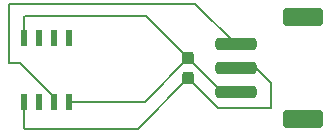
<source format=gbr>
%TF.GenerationSoftware,KiCad,Pcbnew,9.0.2*%
%TF.CreationDate,2025-06-05T07:55:02-04:00*%
%TF.ProjectId,Encoder,456e636f-6465-4722-9e6b-696361645f70,rev?*%
%TF.SameCoordinates,Original*%
%TF.FileFunction,Copper,L1,Top*%
%TF.FilePolarity,Positive*%
%FSLAX46Y46*%
G04 Gerber Fmt 4.6, Leading zero omitted, Abs format (unit mm)*
G04 Created by KiCad (PCBNEW 9.0.2) date 2025-06-05 07:55:02*
%MOMM*%
%LPD*%
G01*
G04 APERTURE LIST*
G04 Aperture macros list*
%AMRoundRect*
0 Rectangle with rounded corners*
0 $1 Rounding radius*
0 $2 $3 $4 $5 $6 $7 $8 $9 X,Y pos of 4 corners*
0 Add a 4 corners polygon primitive as box body*
4,1,4,$2,$3,$4,$5,$6,$7,$8,$9,$2,$3,0*
0 Add four circle primitives for the rounded corners*
1,1,$1+$1,$2,$3*
1,1,$1+$1,$4,$5*
1,1,$1+$1,$6,$7*
1,1,$1+$1,$8,$9*
0 Add four rect primitives between the rounded corners*
20,1,$1+$1,$2,$3,$4,$5,0*
20,1,$1+$1,$4,$5,$6,$7,0*
20,1,$1+$1,$6,$7,$8,$9,0*
20,1,$1+$1,$8,$9,$2,$3,0*%
G04 Aperture macros list end*
%TA.AperFunction,SMDPad,CuDef*%
%ADD10RoundRect,0.237500X0.237500X-0.300000X0.237500X0.300000X-0.237500X0.300000X-0.237500X-0.300000X0*%
%TD*%
%TA.AperFunction,SMDPad,CuDef*%
%ADD11RoundRect,0.250000X1.500000X-0.250000X1.500000X0.250000X-1.500000X0.250000X-1.500000X-0.250000X0*%
%TD*%
%TA.AperFunction,SMDPad,CuDef*%
%ADD12RoundRect,0.250001X1.449999X-0.499999X1.449999X0.499999X-1.449999X0.499999X-1.449999X-0.499999X0*%
%TD*%
%TA.AperFunction,SMDPad,CuDef*%
%ADD13R,0.600000X1.400000*%
%TD*%
%TA.AperFunction,Conductor*%
%ADD14C,0.152400*%
%TD*%
G04 APERTURE END LIST*
D10*
%TO.P,0603 100n,1*%
%TO.N,+5V*%
X122000000Y-85725000D03*
%TO.P,0603 100n,2*%
%TO.N,GND*%
X122000000Y-84000000D03*
%TD*%
D11*
%TO.P,J1,1,Pin_1*%
%TO.N,GND*%
X126000000Y-86850000D03*
%TO.P,J1,2,Pin_2*%
%TO.N,+5V*%
X126000000Y-84850000D03*
%TO.P,J1,3,Pin_3*%
%TO.N,Net-(J1-Pin_3)*%
X126000000Y-82850000D03*
D12*
%TO.P,J1,MP*%
%TO.N,N/C*%
X131750000Y-89200000D03*
X131750000Y-80500000D03*
%TD*%
D13*
%TO.P,AS5600-ASOM,1,VDD5V*%
%TO.N,+5V*%
X108095000Y-87700000D03*
%TO.P,AS5600-ASOM,2,VDD3V3*%
%TO.N,unconnected-(U1-VDD3V3-Pad2)*%
X109365000Y-87700000D03*
%TO.P,AS5600-ASOM,3,OUT*%
%TO.N,Net-(J1-Pin_3)*%
X110635000Y-87700000D03*
%TO.P,AS5600-ASOM,4,GND*%
%TO.N,GND*%
X111905000Y-87700000D03*
%TO.P,AS5600-ASOM,5,PGO*%
%TO.N,unconnected-(U1-PGO-Pad5)*%
X111905000Y-82300000D03*
%TO.P,AS5600-ASOM,6,SDA*%
%TO.N,unconnected-(U1-SDA-Pad6)*%
X110635000Y-82300000D03*
%TO.P,AS5600-ASOM,7,SCL*%
%TO.N,unconnected-(U1-SCL-Pad7)*%
X109365000Y-82300000D03*
%TO.P,AS5600-ASOM,8,DIR*%
%TO.N,GND*%
X108095000Y-82300000D03*
%TD*%
D14*
%TO.N,+5V*%
X108200000Y-90000000D02*
X117725000Y-90000000D01*
X108095000Y-87700000D02*
X108095000Y-89895000D01*
X124475000Y-88200000D02*
X129000000Y-88200000D01*
X129000000Y-88200000D02*
X129000000Y-86100000D01*
X129000000Y-86100000D02*
X127750000Y-84850000D01*
X108095000Y-89895000D02*
X108200000Y-90000000D01*
X122000000Y-85725000D02*
X124475000Y-88200000D01*
X117725000Y-90000000D02*
X122000000Y-85725000D01*
X127750000Y-84850000D02*
X126000000Y-84850000D01*
%TO.N,GND*%
X108200000Y-80400000D02*
X118400000Y-80400000D01*
X118300000Y-87700000D02*
X122000000Y-84000000D01*
X108095000Y-80505000D02*
X108200000Y-80400000D01*
X122000000Y-84000000D02*
X124850000Y-86850000D01*
X111905000Y-87700000D02*
X118300000Y-87700000D01*
X118400000Y-80400000D02*
X122000000Y-84000000D01*
X108095000Y-82300000D02*
X108095000Y-80505000D01*
X124850000Y-86850000D02*
X126000000Y-86850000D01*
%TO.N,unconnected-(U1-VDD3V3-Pad2)*%
X109365000Y-87700000D02*
X109365000Y-88100000D01*
%TO.N,Net-(J1-Pin_3)*%
X106800000Y-79400000D02*
X122550000Y-79400000D01*
X122550000Y-79400000D02*
X126000000Y-82850000D01*
X107735000Y-84400000D02*
X106800000Y-84400000D01*
X110635000Y-87300000D02*
X107735000Y-84400000D01*
X110635000Y-87700000D02*
X110635000Y-87300000D01*
X106800000Y-84400000D02*
X106800000Y-79400000D01*
%TD*%
M02*

</source>
